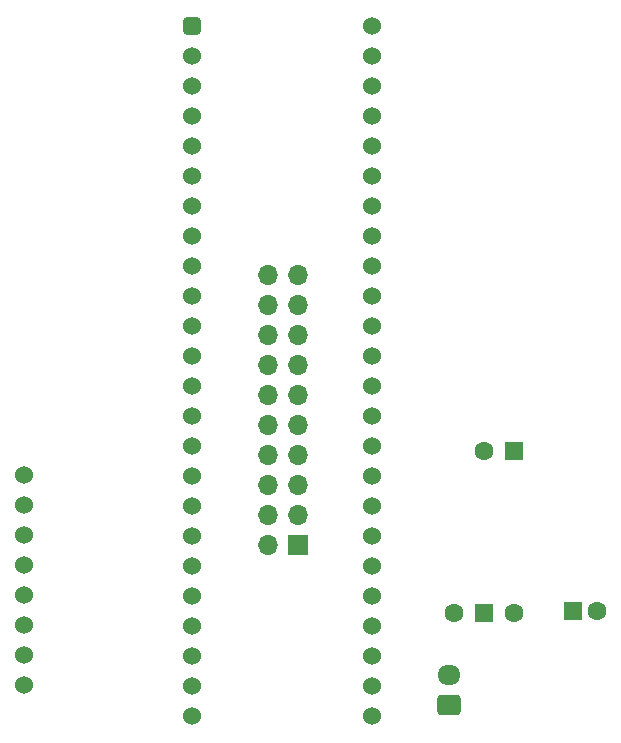
<source format=gbr>
%TF.GenerationSoftware,KiCad,Pcbnew,8.0.1*%
%TF.CreationDate,2024-04-19T02:33:02-07:00*%
%TF.ProjectId,CMOD_A7_Upper,434d4f44-5f41-4375-9f55-707065722e6b,rev?*%
%TF.SameCoordinates,Original*%
%TF.FileFunction,Soldermask,Bot*%
%TF.FilePolarity,Negative*%
%FSLAX46Y46*%
G04 Gerber Fmt 4.6, Leading zero omitted, Abs format (unit mm)*
G04 Created by KiCad (PCBNEW 8.0.1) date 2024-04-19 02:33:02*
%MOMM*%
%LPD*%
G01*
G04 APERTURE LIST*
G04 Aperture macros list*
%AMRoundRect*
0 Rectangle with rounded corners*
0 $1 Rounding radius*
0 $2 $3 $4 $5 $6 $7 $8 $9 X,Y pos of 4 corners*
0 Add a 4 corners polygon primitive as box body*
4,1,4,$2,$3,$4,$5,$6,$7,$8,$9,$2,$3,0*
0 Add four circle primitives for the rounded corners*
1,1,$1+$1,$2,$3*
1,1,$1+$1,$4,$5*
1,1,$1+$1,$6,$7*
1,1,$1+$1,$8,$9*
0 Add four rect primitives between the rounded corners*
20,1,$1+$1,$2,$3,$4,$5,0*
20,1,$1+$1,$4,$5,$6,$7,0*
20,1,$1+$1,$6,$7,$8,$9,0*
20,1,$1+$1,$8,$9,$2,$3,0*%
G04 Aperture macros list end*
%ADD10R,1.600000X1.600000*%
%ADD11C,1.600000*%
%ADD12C,1.524000*%
%ADD13RoundRect,0.381000X0.381000X0.381000X-0.381000X0.381000X-0.381000X-0.381000X0.381000X-0.381000X0*%
%ADD14R,1.500000X1.500000*%
%ADD15RoundRect,0.250000X0.725000X-0.600000X0.725000X0.600000X-0.725000X0.600000X-0.725000X-0.600000X0*%
%ADD16O,1.950000X1.700000*%
%ADD17R,1.700000X1.700000*%
%ADD18O,1.700000X1.700000*%
G04 APERTURE END LIST*
D10*
%TO.C,C8*%
X159500000Y-93500000D03*
D11*
X157000000Y-93500000D03*
%TD*%
D12*
%TO.C,U2*%
X147500000Y-115920000D03*
X147500000Y-113380000D03*
X147500000Y-110840000D03*
X147500000Y-108300000D03*
X147500000Y-105760000D03*
X147500000Y-103220000D03*
X147500000Y-100680000D03*
X147500000Y-98140000D03*
X147500000Y-95600000D03*
X147500000Y-93060000D03*
X147500000Y-90520000D03*
X147500000Y-87980000D03*
X147500000Y-85440000D03*
X147500000Y-82900000D03*
X147500000Y-80360000D03*
X147500000Y-77820000D03*
X147500000Y-75280000D03*
X147500000Y-72740000D03*
X147500000Y-70200000D03*
X147500000Y-67660000D03*
X147500000Y-65120000D03*
X147500000Y-62580000D03*
X147500000Y-60040000D03*
X147500000Y-57500000D03*
D13*
X132260000Y-57500000D03*
D12*
X132260000Y-60040000D03*
X132260000Y-62580000D03*
X132260000Y-65120000D03*
X132260000Y-67660000D03*
X132260000Y-70200000D03*
X132260000Y-72740000D03*
X132260000Y-75280000D03*
X132260000Y-77820000D03*
X132260000Y-80360000D03*
X132260000Y-82900000D03*
X132260000Y-85440000D03*
X132260000Y-87980000D03*
X132260000Y-90520000D03*
X132260000Y-93060000D03*
X132260000Y-95600000D03*
X132260000Y-98140000D03*
X132260000Y-100680000D03*
X132260000Y-103220000D03*
X132260000Y-105760000D03*
X132260000Y-108300000D03*
X132260000Y-110840000D03*
X132260000Y-113380000D03*
X132260000Y-115920000D03*
%TD*%
D10*
%TO.C,C3*%
X164500000Y-107000000D03*
D11*
X166500000Y-107000000D03*
%TD*%
D12*
%TO.C,U4*%
X118000000Y-105660000D03*
X118000000Y-110740000D03*
X118000000Y-98040000D03*
X118000000Y-108200000D03*
X118000000Y-113280000D03*
X118000000Y-100580000D03*
X118000000Y-103120000D03*
X118000000Y-95500000D03*
%TD*%
D14*
%TO.C,SW1*%
X157000000Y-107210000D03*
D11*
X159540000Y-107210000D03*
X154460000Y-107210000D03*
%TD*%
D15*
%TO.C,J1*%
X153960000Y-114960000D03*
D16*
X153960000Y-112460000D03*
%TD*%
D17*
%TO.C,J2*%
X141250000Y-101410000D03*
D18*
X138710000Y-101410000D03*
X141250000Y-98870000D03*
X138710000Y-98870000D03*
X141250000Y-96330000D03*
X138710000Y-96330000D03*
X141250000Y-93790000D03*
X138710000Y-93790000D03*
X141250000Y-91250000D03*
X138710000Y-91250000D03*
X141250000Y-88710000D03*
X138710000Y-88710000D03*
X141250000Y-86170000D03*
X138710000Y-86170000D03*
X141250000Y-83630000D03*
X138710000Y-83630000D03*
X141250000Y-81090000D03*
X138710000Y-81090000D03*
X141250000Y-78550000D03*
X138710000Y-78550000D03*
%TD*%
M02*

</source>
